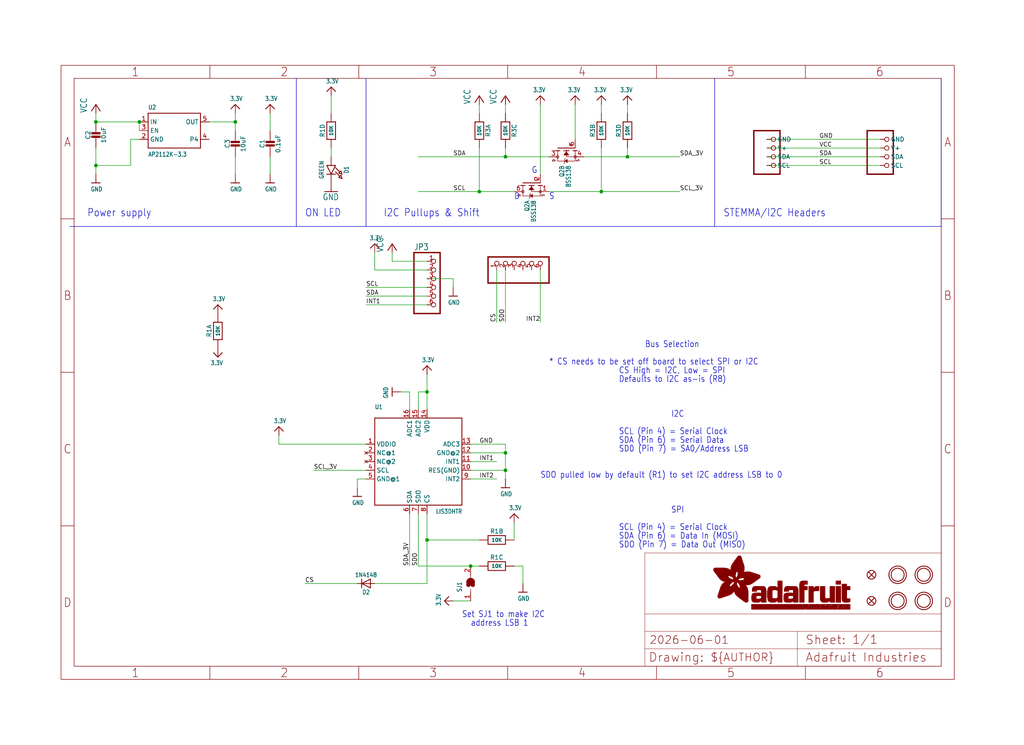
<source format=kicad_sch>
(kicad_sch (version 20230121) (generator eeschema)
  (paper "User" 298.45 217.322)
  (lib_symbols
    (symbol "working-eagle-import:3.3V" (power)
      (property "Value" "3.3V" (at -1.524 1.016 0))
      (symbol "3.3V_1_0"
        (pin power_in line (at 0 -2.54 90) (length 2.54) (name "3.3V") (number "1"))
      )
    )
    (symbol "working-eagle-import:ACCEL_LIS3DHTR"
      (property "Reference" "U" (at -12.7 15.24 0))
      (symbol "ACCEL_LIS3DHTR_1_0"
        (pin power_in line (at -15.24 5.08 0) (length 2.54) (name "VDDIO") (number "1"))
        (pin bidirectional line (at 15.24 -2.54 180) (length 2.54) (name "RES(GND)") (number "10"))
        (pin output line (at 15.24 0 180) (length 2.54) (name "INT1") (number "11"))
        (pin power_in line (at 15.24 2.54 180) (length 2.54) (name "GND@2") (number "12"))
        (pin input line (at 15.24 5.08 180) (length 2.54) (name "ADC3") (number "13"))
        (pin power_in line (at 2.54 15.24 270) (length 2.54) (name "VDD") (number "14"))
        (pin input line (at 0 15.24 270) (length 2.54) (name "ADC2") (number "15"))
        (pin input line (at -2.54 15.24 270) (length 2.54) (name "ADC1") (number "16"))
        (pin no_connect line (at -15.24 2.54 0) (length 2.54) (name "NC@1") (number "2"))
        (pin no_connect line (at -15.24 0 0) (length 2.54) (name "NC@2") (number "3"))
        (pin bidirectional line (at -15.24 -2.54 0) (length 2.54) (name "SCL") (number "4"))
        (pin power_in line (at -15.24 -5.08 0) (length 2.54) (name "GND@1") (number "5"))
        (pin bidirectional line (at -2.54 -15.24 90) (length 2.54) (name "SDA") (number "6"))
        (pin bidirectional line (at 0 -15.24 90) (length 2.54) (name "SDO") (number "7"))
        (pin input line (at 2.54 -15.24 90) (length 2.54) (name "CS") (number "8"))
        (pin output line (at 15.24 -5.08 180) (length 2.54) (name "INT2") (number "9"))
      )
    )
    (symbol "working-eagle-import:CAP_CERAMIC0603_NO"
      (property "Reference" "C" (at -2.29 1.25 90))
      (symbol "CAP_CERAMIC0603_NO_1_0"
        (pin passive line (at 0 5.08 270) (length 2.54) (name "1") (number "1"))
        (pin passive line (at 0 -2.54 90) (length 2.54) (name "2") (number "2"))
      )
    )
    (symbol "working-eagle-import:CAP_CERAMIC0805-NOOUTLINE"
      (property "Reference" "C" (at -2.29 1.25 90))
      (symbol "CAP_CERAMIC0805-NOOUTLINE_1_0"
        (pin passive line (at 0 5.08 270) (length 2.54) (name "1") (number "1"))
        (pin passive line (at 0 -2.54 90) (length 2.54) (name "2") (number "2"))
      )
    )
    (symbol "working-eagle-import:DIODESOD-323"
      (property "Reference" "D" (at 0 2.54 0))
      (symbol "DIODESOD-323_1_0"
        (pin passive line (at -2.54 0 0) (length 2.54) (name "A") (number "A"))
        (pin passive line (at 2.54 0 180) (length 2.54) (name "C") (number "C"))
      )
    )
    (symbol "working-eagle-import:FIDUCIAL_1MM")
    (symbol "working-eagle-import:FRAME_A4_ADAFRUIT"
      (symbol "FRAME_A4_ADAFRUIT_1_0"
        (text "${#}/${##}" (at 230.505 10.16 0) (effects (font (size 2.54 2.54)) (justify left bottom)))
        (text "${AUTHOR}" (at 189.23 5.08 0) (effects (font (size 2.286 2.286)) (justify left bottom)))
        (text "${CURRENT_DATE}" (at 171.45 10.16 0) (effects (font (size 2.286 2.286)) (justify left bottom)))
        (text "${PROJECTNAME}" (at 171.45 15.24 0) (effects (font (size 2.54 2.54)) (justify left bottom)))
        (text "1" (at 21.6958 1.905 0) (effects (font (size 2.54 2.286))))
        (text "1" (at 21.6958 177.165 0) (effects (font (size 2.54 2.286))))
        (text "2" (at 65.0875 1.905 0) (effects (font (size 2.54 2.286))))
        (text "2" (at 65.0875 177.165 0) (effects (font (size 2.54 2.286))))
        (text "3" (at 108.4792 1.905 0) (effects (font (size 2.54 2.286))))
        (text "3" (at 108.4792 177.165 0) (effects (font (size 2.54 2.286))))
        (text "4" (at 151.8708 1.905 0) (effects (font (size 2.54 2.286))))
        (text "4" (at 151.8708 177.165 0) (effects (font (size 2.54 2.286))))
        (text "5" (at 195.2625 1.905 0) (effects (font (size 2.54 2.286))))
        (text "5" (at 195.2625 177.165 0) (effects (font (size 2.54 2.286))))
        (text "6" (at 238.6542 1.905 0) (effects (font (size 2.54 2.286))))
        (text "6" (at 238.6542 177.165 0) (effects (font (size 2.54 2.286))))
        (text "A" (at 1.905 156.6863 0) (effects (font (size 2.54 2.286))))
        (text "A" (at 258.445 156.6863 0) (effects (font (size 2.54 2.286))))
        (text "Adafruit Industries" (at 216.916 4.953 0) (effects (font (size 2.54 2.54)) (justify left bottom)))
        (text "B" (at 1.905 111.9188 0) (effects (font (size 2.54 2.286))))
        (text "B" (at 258.445 111.9188 0) (effects (font (size 2.54 2.286))))
        (text "C" (at 1.905 67.1513 0) (effects (font (size 2.54 2.286))))
        (text "C" (at 258.445 67.1513 0) (effects (font (size 2.54 2.286))))
        (text "D" (at 1.905 22.3838 0) (effects (font (size 2.54 2.286))))
        (text "D" (at 258.445 22.3838 0) (effects (font (size 2.54 2.286))))
        (text "Drawing:" (at 171.196 4.953 0) (effects (font (size 2.54 2.54)) (justify left bottom)))
        (text "Sheet:" (at 216.916 10.033 0) (effects (font (size 2.54 2.54)) (justify left bottom)))
      )
    )
    (symbol "working-eagle-import:GND" (power)
      (property "Value" "GND" (at -1.524 -2.54 0))
      (symbol "GND_1_0"
        (pin power_in line (at 0 2.54 270) (length 2.54) (name "GND") (number "1"))
      )
    )
    (symbol "working-eagle-import:HEADER-1X670MIL"
      (property "Reference" "JP" (at -6.35 10.795 0))
      (symbol "HEADER-1X670MIL_1_0"
        (pin passive inverted (at -2.54 7.62 0) (length 2.54) (name "1") (number "1"))
        (pin passive inverted (at -2.54 5.08 0) (length 2.54) (name "2") (number "2"))
        (pin passive inverted (at -2.54 2.54 0) (length 2.54) (name "3") (number "3"))
        (pin passive inverted (at -2.54 0 0) (length 2.54) (name "4") (number "4"))
        (pin passive inverted (at -2.54 -2.54 0) (length 2.54) (name "5") (number "5"))
        (pin passive inverted (at -2.54 -5.08 0) (length 2.54) (name "6") (number "6"))
      )
    )
    (symbol "working-eagle-import:LED0603_NOOUTLINE"
      (property "Reference" "D" (at -1.27 4.445 0))
      (symbol "LED0603_NOOUTLINE_1_0"
        (pin passive line (at -5.08 0 0) (length 2.54) (name "A") (number "A"))
        (pin passive line (at 2.54 0 180) (length 2.54) (name "C") (number "C"))
      )
    )
    (symbol "working-eagle-import:MOSFET-N_DUAL"
      (property "Reference" "Q" (at 5.08 0.635 0))
      (symbol "MOSFET-N_DUAL_1_0"
        (text "D" (at 3.175 3.175 0) (effects (font (size 0.8128 0.6908)) (justify left bottom)))
        (text "G" (at -1.27 -1.905 0) (effects (font (size 0.8128 0.6908)) (justify left bottom)))
        (text "S" (at 3.175 -3.81 0) (effects (font (size 0.8128 0.6908)) (justify left bottom)))
        (pin bidirectional line (at 2.54 -5.08 90) (length 2.54) (name "S") (number "1"))
        (pin bidirectional line (at -2.54 -2.54 0) (length 2.54) (name "G") (number "2"))
        (pin bidirectional line (at 2.54 5.08 270) (length 2.54) (name "D") (number "6"))
      )
      (symbol "MOSFET-N_DUAL_2_0"
        (text "D" (at 3.175 3.175 0) (effects (font (size 0.8128 0.6908)) (justify left bottom)))
        (text "G" (at -1.27 -1.905 0) (effects (font (size 0.8128 0.6908)) (justify left bottom)))
        (text "S" (at 3.175 -3.81 0) (effects (font (size 0.8128 0.6908)) (justify left bottom)))
        (pin bidirectional line (at 2.54 5.08 270) (length 2.54) (name "D") (number "3"))
        (pin bidirectional line (at 2.54 -5.08 90) (length 2.54) (name "S") (number "4"))
        (pin bidirectional line (at -2.54 -2.54 0) (length 2.54) (name "G") (number "5"))
      )
    )
    (symbol "working-eagle-import:MOUNTINGHOLE2.5")
    (symbol "working-eagle-import:RESISTOR_4PACK"
      (property "Reference" "R" (at 0 2.54 0))
      (symbol "RESISTOR_4PACK_1_0"
        (pin passive line (at -5.08 0 0) (length 2.54) (name "1") (number "1"))
        (pin passive line (at 5.08 0 180) (length 2.54) (name "2") (number "8"))
      )
      (symbol "RESISTOR_4PACK_2_0"
        (pin passive line (at -5.08 0 0) (length 2.54) (name "1") (number "2"))
        (pin passive line (at 5.08 0 180) (length 2.54) (name "2") (number "7"))
      )
      (symbol "RESISTOR_4PACK_3_0"
        (pin passive line (at -5.08 0 0) (length 2.54) (name "1") (number "3"))
        (pin passive line (at 5.08 0 180) (length 2.54) (name "2") (number "6"))
      )
      (symbol "RESISTOR_4PACK_4_0"
        (pin passive line (at -5.08 0 0) (length 2.54) (name "1") (number "4"))
        (pin passive line (at 5.08 0 180) (length 2.54) (name "2") (number "5"))
      )
    )
    (symbol "working-eagle-import:SOLDERJUMPER"
      (property "Reference" "SJ" (at -2.54 2.54 0))
      (symbol "SOLDERJUMPER_1_0"
        (pin passive line (at -5.08 0 0) (length 2.54) (name "1") (number "1"))
        (pin passive line (at 5.08 0 180) (length 2.54) (name "2") (number "2"))
      )
    )
    (symbol "working-eagle-import:STEMMA_I2C_QT"
      (symbol "STEMMA_I2C_QT_1_0"
        (pin passive inverted (at 0 5.08 0) (length 2.54) (name "GND") (number "1"))
        (pin passive inverted (at 0 2.54 0) (length 2.54) (name "V+") (number "2"))
        (pin passive inverted (at 0 0 0) (length 2.54) (name "SDA") (number "3"))
        (pin passive inverted (at 0 -2.54 0) (length 2.54) (name "SCL") (number "4"))
      )
      (symbol "STEMMA_I2C_QT_2_0"
        (pin bidirectional line (at 0 0 0) (length 5.08) (name "MT") (number "MT1"))
      )
      (symbol "STEMMA_I2C_QT_3_0"
        (pin bidirectional line (at 0 0 0) (length 5.08) (name "MT") (number "MT2"))
      )
    )
    (symbol "working-eagle-import:VCC" (power)
      (property "Value" "VCC" (at -2.54 -2.54 90))
      (symbol "VCC_1_0"
        (pin power_in line (at 0 -2.54 90) (length 2.54) (name "VCC") (number "1"))
      )
    )
    (symbol "working-eagle-import:VREG_SOT23-5"
      (property "Reference" "U" (at -7.62 6.096 0))
      (symbol "VREG_SOT23-5_1_0"
        (pin power_in line (at -10.16 2.54 0) (length 2.54) (name "IN") (number "1"))
        (pin power_in line (at -10.16 -2.54 0) (length 2.54) (name "GND") (number "2"))
        (pin input line (at -10.16 0 0) (length 2.54) (name "EN") (number "3"))
        (pin bidirectional line (at 10.16 -2.54 180) (length 2.54) (name "P4") (number "4"))
        (pin power_in line (at 10.16 2.54 180) (length 2.54) (name "OUT") (number "5"))
      )
    )
    (symbol "working-eagle-import:supply1_GND" (power)
      (property "Value" "supply1_GND" (at -2.54 -2.54 0))
      (symbol "supply1_GND_1_0"
        (pin power_in line (at 0 2.54 270) (length 2.54) (name "GND") (number "1"))
      )
    )
  )
  (junction (at 27.94 35.56))
  (junction (at 124.46 114.3))
  (junction (at 182.88 45.72))
  (junction (at 27.94 48.26))
  (junction (at 137.16 165.1))
  (junction (at 124.46 157.48))
  (junction (at 40.64 35.56))
  (junction (at 147.32 137.16))
  (junction (at 68.58 35.56))
  (junction (at 147.32 132.08))
  (junction (at 175.26 55.88))
  (junction (at 139.7 55.88))
  (junction (at 147.32 45.72))
  (wire (pts (xy 223.52 48.26) (xy 256.54 48.26)) (stroke (width 0.1524)))
  (wire (pts (xy 38.1 48.26) (xy 27.94 48.26)) (stroke (width 0.1524)))
  (wire (pts (xy 149.86 55.88) (xy 139.7 55.88)) (stroke (width 0.1524)))
  (wire (pts (xy 147.32 78.74) (xy 147.32 93.98)) (stroke (width 0.1524)))
  (polyline (pts (xy 106.68 22.86) (xy 106.68 66.04)) (stroke (width 0.1524) (type solid)))
  (wire (pts (xy 147.32 132.08) (xy 147.32 137.16)) (stroke (width 0.1524)))
  (wire (pts (xy 38.1 40.64) (xy 38.1 48.26)) (stroke (width 0.1524)))
  (polyline (pts (xy 86.36 22.86) (xy 86.36 66.04)) (stroke (width 0.1524) (type solid)))
  (wire (pts (xy 160.02 45.72) (xy 147.32 45.72)) (stroke (width 0.1524)))
  (wire (pts (xy 149.86 157.48) (xy 149.86 152.4)) (stroke (width 0.1524)))
  (wire (pts (xy 78.74 33.02) (xy 78.74 38.1)) (stroke (width 0.1524)))
  (wire (pts (xy 121.92 165.1) (xy 137.16 165.1)) (stroke (width 0.1524)))
  (wire (pts (xy 144.78 93.98) (xy 144.78 78.74)) (stroke (width 0.1524)))
  (wire (pts (xy 124.46 86.36) (xy 106.68 86.36)) (stroke (width 0.1524)))
  (wire (pts (xy 149.86 165.1) (xy 152.4 165.1)) (stroke (width 0.1524)))
  (wire (pts (xy 40.64 38.1) (xy 40.64 35.56)) (stroke (width 0.1524)))
  (wire (pts (xy 256.54 45.72) (xy 223.52 45.72)) (stroke (width 0.1524)))
  (wire (pts (xy 147.32 137.16) (xy 147.32 139.7)) (stroke (width 0.1524)))
  (wire (pts (xy 139.7 43.18) (xy 139.7 55.88)) (stroke (width 0.1524)))
  (wire (pts (xy 157.48 50.8) (xy 157.48 30.48)) (stroke (width 0.1524)))
  (wire (pts (xy 160.02 55.88) (xy 175.26 55.88)) (stroke (width 0.1524)))
  (polyline (pts (xy 106.68 66.04) (xy 208.28 66.04)) (stroke (width 0.1524) (type solid)))
  (wire (pts (xy 40.64 35.56) (xy 27.94 35.56)) (stroke (width 0.1524)))
  (wire (pts (xy 170.18 45.72) (xy 182.88 45.72)) (stroke (width 0.1524)))
  (wire (pts (xy 96.52 45.72) (xy 96.52 43.18)) (stroke (width 0.1524)))
  (wire (pts (xy 68.58 45.72) (xy 68.58 50.8)) (stroke (width 0.1524)))
  (wire (pts (xy 119.38 119.38) (xy 119.38 114.3)) (stroke (width 0.1524)))
  (wire (pts (xy 121.92 114.3) (xy 121.92 119.38)) (stroke (width 0.1524)))
  (wire (pts (xy 96.52 27.94) (xy 96.52 33.02)) (stroke (width 0.1524)))
  (wire (pts (xy 152.4 165.1) (xy 152.4 170.18)) (stroke (width 0.1524)))
  (polyline (pts (xy 20.32 66.04) (xy 86.36 66.04)) (stroke (width 0.1524) (type solid)))
  (wire (pts (xy 119.38 149.86) (xy 119.38 165.1)) (stroke (width 0.1524)))
  (wire (pts (xy 106.68 129.54) (xy 81.28 129.54)) (stroke (width 0.1524)))
  (wire (pts (xy 68.58 35.56) (xy 68.58 33.02)) (stroke (width 0.1524)))
  (wire (pts (xy 137.16 134.62) (xy 144.78 134.62)) (stroke (width 0.1524)))
  (wire (pts (xy 175.26 55.88) (xy 198.12 55.88)) (stroke (width 0.1524)))
  (wire (pts (xy 175.26 33.02) (xy 175.26 30.48)) (stroke (width 0.1524)))
  (polyline (pts (xy 86.36 66.04) (xy 106.68 66.04)) (stroke (width 0.1524) (type solid)))
  (wire (pts (xy 147.32 45.72) (xy 121.92 45.72)) (stroke (width 0.1524)))
  (wire (pts (xy 40.64 40.64) (xy 38.1 40.64)) (stroke (width 0.1524)))
  (wire (pts (xy 124.46 81.28) (xy 132.08 81.28)) (stroke (width 0.1524)))
  (wire (pts (xy 27.94 33.02) (xy 27.94 35.56)) (stroke (width 0.1524)))
  (wire (pts (xy 106.68 137.16) (xy 91.44 137.16)) (stroke (width 0.1524)))
  (wire (pts (xy 114.3 76.2) (xy 114.3 73.66)) (stroke (width 0.1524)))
  (wire (pts (xy 119.38 114.3) (xy 116.84 114.3)) (stroke (width 0.1524)))
  (wire (pts (xy 124.46 114.3) (xy 124.46 109.22)) (stroke (width 0.1524)))
  (wire (pts (xy 147.32 33.02) (xy 147.32 30.48)) (stroke (width 0.1524)))
  (wire (pts (xy 124.46 78.74) (xy 109.22 78.74)) (stroke (width 0.1524)))
  (polyline (pts (xy 274.32 22.86) (xy 274.32 66.04)) (stroke (width 0.1524) (type solid)))
  (wire (pts (xy 182.88 43.18) (xy 182.88 45.72)) (stroke (width 0.1524)))
  (wire (pts (xy 137.16 132.08) (xy 147.32 132.08)) (stroke (width 0.1524)))
  (wire (pts (xy 175.26 43.18) (xy 175.26 55.88)) (stroke (width 0.1524)))
  (wire (pts (xy 121.92 114.3) (xy 124.46 114.3)) (stroke (width 0.1524)))
  (wire (pts (xy 27.94 48.26) (xy 27.94 50.8)) (stroke (width 0.1524)))
  (wire (pts (xy 139.7 55.88) (xy 121.92 55.88)) (stroke (width 0.1524)))
  (wire (pts (xy 78.74 45.72) (xy 78.74 50.8)) (stroke (width 0.1524)))
  (wire (pts (xy 256.54 40.64) (xy 223.52 40.64)) (stroke (width 0.1524)))
  (wire (pts (xy 81.28 129.54) (xy 81.28 127)) (stroke (width 0.1524)))
  (wire (pts (xy 106.68 139.7) (xy 104.14 139.7)) (stroke (width 0.1524)))
  (wire (pts (xy 104.14 170.18) (xy 88.9 170.18)) (stroke (width 0.1524)))
  (wire (pts (xy 223.52 43.18) (xy 256.54 43.18)) (stroke (width 0.1524)))
  (wire (pts (xy 139.7 30.48) (xy 139.7 33.02)) (stroke (width 0.1524)))
  (wire (pts (xy 137.16 139.7) (xy 144.78 139.7)) (stroke (width 0.1524)))
  (wire (pts (xy 182.88 45.72) (xy 198.12 45.72)) (stroke (width 0.1524)))
  (wire (pts (xy 147.32 43.18) (xy 147.32 45.72)) (stroke (width 0.1524)))
  (wire (pts (xy 139.7 157.48) (xy 124.46 157.48)) (stroke (width 0.1524)))
  (wire (pts (xy 137.16 137.16) (xy 147.32 137.16)) (stroke (width 0.1524)))
  (wire (pts (xy 182.88 33.02) (xy 182.88 30.48)) (stroke (width 0.1524)))
  (wire (pts (xy 124.46 88.9) (xy 106.68 88.9)) (stroke (width 0.1524)))
  (wire (pts (xy 124.46 83.82) (xy 106.68 83.82)) (stroke (width 0.1524)))
  (wire (pts (xy 124.46 76.2) (xy 114.3 76.2)) (stroke (width 0.1524)))
  (wire (pts (xy 157.48 78.74) (xy 157.48 93.98)) (stroke (width 0.1524)))
  (wire (pts (xy 124.46 170.18) (xy 124.46 157.48)) (stroke (width 0.1524)))
  (wire (pts (xy 60.96 35.56) (xy 68.58 35.56)) (stroke (width 0.1524)))
  (polyline (pts (xy 208.28 66.04) (xy 274.32 66.04)) (stroke (width 0.1524) (type solid)))
  (wire (pts (xy 109.22 170.18) (xy 124.46 170.18)) (stroke (width 0.1524)))
  (wire (pts (xy 132.08 175.26) (xy 137.16 175.26)) (stroke (width 0.1524)))
  (wire (pts (xy 147.32 132.08) (xy 147.32 129.54)) (stroke (width 0.1524)))
  (wire (pts (xy 124.46 157.48) (xy 124.46 149.86)) (stroke (width 0.1524)))
  (wire (pts (xy 167.64 40.64) (xy 167.64 30.48)) (stroke (width 0.1524)))
  (wire (pts (xy 109.22 78.74) (xy 109.22 73.66)) (stroke (width 0.1524)))
  (wire (pts (xy 121.92 149.86) (xy 121.92 165.1)) (stroke (width 0.1524)))
  (wire (pts (xy 137.16 129.54) (xy 147.32 129.54)) (stroke (width 0.1524)))
  (wire (pts (xy 68.58 35.56) (xy 68.58 38.1)) (stroke (width 0.1524)))
  (wire (pts (xy 104.14 139.7) (xy 104.14 142.24)) (stroke (width 0.1524)))
  (wire (pts (xy 137.16 165.1) (xy 139.7 165.1)) (stroke (width 0.1524)))
  (wire (pts (xy 124.46 119.38) (xy 124.46 114.3)) (stroke (width 0.1524)))
  (wire (pts (xy 132.08 81.28) (xy 132.08 83.82)) (stroke (width 0.1524)))
  (wire (pts (xy 27.94 48.26) (xy 27.94 43.18)) (stroke (width 0.1524)))
  (polyline (pts (xy 208.28 22.86) (xy 208.28 66.04)) (stroke (width 0.1524) (type solid)))
  (text "address LSB 1" (at 137.16 182.88 0) (effects (font (size 1.778 1.5113)) (justify left bottom)))
  (text "SDO (Pin 7) = Data Out (MISO)" (at 180.34 160.02 0) (effects (font (size 1.778 1.5113)) (justify left bottom)))
  (text "SDA (Pin 6) = Data In (MOSI)" (at 180.34 157.48 0) (effects (font (size 1.778 1.5113)) (justify left bottom)))
  (text "SPI" (at 195.58 149.86 0) (effects (font (size 1.778 1.5113)) (justify left bottom)))
  (text "Bus Selection" (at 187.96 101.6 0) (effects (font (size 1.778 1.5113)) (justify left bottom)))
  (text "SDA (Pin 6) = Serial Data" (at 180.34 129.54 0) (effects (font (size 1.778 1.5113)) (justify left bottom)))
  (text "CS High = I2C, Low = SPI" (at 180.34 109.22 0) (effects (font (size 1.778 1.5113)) (justify left bottom)))
  (text "Set SJ1 to make I2C" (at 134.62 180.34 0) (effects (font (size 1.778 1.5113)) (justify left bottom)))
  (text "ON LED" (at 88.9 63.5 0) (effects (font (size 2.1844 1.8567)) (justify left bottom)))
  (text "SCL (Pin 4) = Serial Clock" (at 180.34 154.94 0) (effects (font (size 1.778 1.5113)) (justify left bottom)))
  (text "STEMMA/I2C Headers" (at 210.82 63.5 0) (effects (font (size 2.1844 1.8567)) (justify left bottom)))
  (text "* CS needs to be set off board to select SPI or I2C" (at 160.02 106.68 0) (effects (font (size 1.778 1.5113)) (justify left bottom)))
  (text "I2C Pullups & Shift" (at 111.76 63.5 0) (effects (font (size 2.1844 1.8567)) (justify left bottom)))
  (text "S" (at 160.02 58.42 0) (effects (font (size 1.778 1.5113)) (justify left bottom)))
  (text "D" (at 149.86 58.42 0) (effects (font (size 1.778 1.5113)) (justify left bottom)))
  (text "Defaults to I2C as-is (R8)" (at 180.34 111.76 0) (effects (font (size 1.778 1.5113)) (justify left bottom)))
  (text "I2C" (at 195.58 121.92 0) (effects (font (size 1.778 1.5113)) (justify left bottom)))
  (text "SCL (Pin 4) = Serial Clock" (at 180.34 127 0) (effects (font (size 1.778 1.5113)) (justify left bottom)))
  (text "SD0 (Pin 7) = SA0/Address LSB" (at 180.34 132.08 0) (effects (font (size 1.778 1.5113)) (justify left bottom)))
  (text "G" (at 154.94 50.8 0) (effects (font (size 1.778 1.5113)) (justify left bottom)))
  (text "SDO pulled low by default (R1) to set I2C address LSB to 0" (at 157.48 139.7 0) (effects (font (size 1.778 1.5113)) (justify left bottom)))
  (text "Power supply" (at 25.4 63.5 0) (effects (font (size 2.1844 1.8567)) (justify left bottom)))
  (label "SDA" (at 106.68 86.36 0) (effects (font (size 1.2446 1.2446))))
  (label "SDA" (at 238.76 45.72 0) (effects (font (size 1.2446 1.2446))))
  (label "INT1" (at 139.7 134.62 0) (effects (font (size 1.2446 1.2446))))
  (label "GND" (at 238.76 40.64 0) (effects (font (size 1.2446 1.2446))))
  (label "INT2" (at 139.7 139.7 0) (effects (font (size 1.2446 1.2446))))
  (label "SDO" (at 147.32 93.98 90) (effects (font (size 1.2446 1.2446))))
  (label "SCL" (at 238.76 48.26 0) (effects (font (size 1.2446 1.2446))))
  (label "VCC" (at 238.76 43.18 0) (effects (font (size 1.2446 1.2446))))
  (label "SDA" (at 132.08 45.72 0) (effects (font (size 1.2446 1.2446))))
  (label "CS" (at 88.9 170.18 0) (effects (font (size 1.2446 1.2446))))
  (label "SDA_3V" (at 119.38 165.1 90) (effects (font (size 1.2446 1.2446))))
  (label "CS" (at 144.78 93.98 90) (effects (font (size 1.2446 1.2446))))
  (label "GND" (at 139.7 129.54 0) (effects (font (size 1.2446 1.2446))))
  (label "INT1" (at 106.68 88.9 0) (effects (font (size 1.2446 1.2446))))
  (label "SDO" (at 121.92 165.1 90) (effects (font (size 1.2446 1.2446))))
  (label "INT2" (at 157.48 93.98 180) (effects (font (size 1.2446 1.2446))))
  (label "SCL_3V" (at 91.44 137.16 0) (effects (font (size 1.2446 1.2446))))
  (label "SCL_3V" (at 198.12 55.88 0) (effects (font (size 1.2446 1.2446))))
  (label "SDA_3V" (at 198.12 45.72 0) (effects (font (size 1.2446 1.2446))))
  (label "SCL" (at 132.08 55.88 0) (effects (font (size 1.2446 1.2446))))
  (label "SCL" (at 106.68 83.82 0) (effects (font (size 1.2446 1.2446))))
  (symbol (lib_id "working-eagle-import:3.3V") (at 81.28 124.46 0) (unit 1)
    (property "Reference" "#U$11" (effects hide))
    (property "Value" "3.3V" (at 79.756 123.444 0) (effects (font (size 1.27 1.0795)) (justify left bottom)))
  )
  (symbol (lib_id "working-eagle-import:VCC") (at 139.7 27.94 0) (unit 1)
    (property "Reference" "#P+1" (effects hide))
    (property "Value" "VCC" (at 137.16 30.48 90) (effects (font (size 1.778 1.5113)) (justify left bottom)))
  )
  (symbol (lib_id "working-eagle-import:HEADER-1X670MIL") (at 152.4 76.2 90) (unit 1)
    (property "Reference" "JP2" (effects hide))
    (property "Value" "HEADER-1X670MIL" (effects hide))
    (property "Footprint" "working:1X06_ROUND_70" (effects hide))
  )
  (symbol (lib_id "working-eagle-import:FIDUCIAL_1MM") (at 254 167.64 0) (unit 1)
    (property "Reference" "FID4" (effects hide))
    (property "Value" "FIDUCIAL_1MM" (effects hide))
    (property "Footprint" "working:FIDUCIAL_1MM" (effects hide))
  )
  (symbol (lib_id "working-eagle-import:VCC") (at 147.32 27.94 0) (unit 1)
    (property "Reference" "#P+2" (effects hide))
    (property "Value" "VCC" (at 144.78 30.48 90) (effects (font (size 1.778 1.5113)) (justify left bottom)))
  )
  (symbol (lib_id "working-eagle-import:3.3V") (at 63.5 88.9 0) (unit 1)
    (property "Reference" "#U$9" (effects hide))
    (property "Value" "3.3V" (at 61.976 87.884 0) (effects (font (size 1.27 1.0795)) (justify left bottom)))
  )
  (symbol (lib_id "working-eagle-import:LED0603_NOOUTLINE") (at 96.52 50.8 270) (unit 1)
    (property "Reference" "D1" (at 100.965 49.53 0) (effects (font (size 1.27 1.0795))))
    (property "Value" "GREEN" (at 93.726 49.53 0) (effects (font (size 1.27 1.0795))))
    (property "Footprint" "working:CHIPLED_0603_NOOUTLINE" (effects hide))
  )
  (symbol (lib_id "working-eagle-import:GND") (at 27.94 53.34 0) (unit 1)
    (property "Reference" "#U$13" (effects hide))
    (property "Value" "GND" (at 26.416 55.88 0) (effects (font (size 1.27 1.0795)) (justify left bottom)))
  )
  (symbol (lib_id "working-eagle-import:CAP_CERAMIC0805-NOOUTLINE") (at 68.58 43.18 0) (unit 1)
    (property "Reference" "C3" (at 66.29 41.93 90))
    (property "Value" "10uF" (at 70.88 41.93 90))
    (property "Footprint" "working:0805-NO" (effects hide))
  )
  (symbol (lib_id "working-eagle-import:MOUNTINGHOLE2.5") (at 269.24 175.26 0) (unit 1)
    (property "Reference" "U$21" (effects hide))
    (property "Value" "MOUNTINGHOLE2.5" (effects hide))
    (property "Footprint" "working:MOUNTINGHOLE_2.5_PLATED" (effects hide))
  )
  (symbol (lib_id "working-eagle-import:RESISTOR_4PACK") (at 175.26 38.1 90) (mirror x) (unit 2)
    (property "Reference" "R3" (at 172.72 38.1 0))
    (property "Value" "10K" (at 175.26 38.1 0) (effects (font (size 1.016 1.016) bold)))
    (property "Footprint" "working:RESPACK_4X0603" (effects hide))
  )
  (symbol (lib_id "working-eagle-import:GND") (at 114.3 114.3 270) (unit 1)
    (property "Reference" "#U$16" (effects hide))
    (property "Value" "GND" (at 111.76 112.776 0) (effects (font (size 1.27 1.0795)) (justify left bottom)))
  )
  (symbol (lib_id "working-eagle-import:ACCEL_LIS3DHTR") (at 121.92 134.62 0) (unit 1)
    (property "Reference" "U1" (at 109.22 119.38 0) (effects (font (size 1.27 1.0795)) (justify left bottom)))
    (property "Value" "LIS3DHTR" (at 127 149.86 0) (effects (font (size 1.27 1.0795)) (justify left bottom)))
    (property "Footprint" "working:LGA16_3X3MM" (effects hide))
  )
  (symbol (lib_id "working-eagle-import:GND") (at 132.08 86.36 0) (unit 1)
    (property "Reference" "#U$29" (effects hide))
    (property "Value" "GND" (at 130.556 88.9 0) (effects (font (size 1.27 1.0795)) (justify left bottom)))
  )
  (symbol (lib_id "working-eagle-import:CAP_CERAMIC0603_NO") (at 78.74 43.18 0) (unit 1)
    (property "Reference" "C1" (at 76.45 41.93 90))
    (property "Value" "0.1uF" (at 81.04 41.93 90))
    (property "Footprint" "working:0603-NO" (effects hide))
  )
  (symbol (lib_id "working-eagle-import:3.3V") (at 78.74 30.48 0) (unit 1)
    (property "Reference" "#U$14" (effects hide))
    (property "Value" "3.3V" (at 77.216 29.464 0) (effects (font (size 1.27 1.0795)) (justify left bottom)))
  )
  (symbol (lib_id "working-eagle-import:DIODESOD-323") (at 106.68 170.18 180) (unit 1)
    (property "Reference" "D2" (at 106.68 172.72 0) (effects (font (size 1.27 1.0795))))
    (property "Value" "1N4148" (at 106.68 167.68 0) (effects (font (size 1.27 1.0795))))
    (property "Footprint" "working:SOD-323" (effects hide))
  )
  (symbol (lib_id "working-eagle-import:SOLDERJUMPER") (at 137.16 170.18 90) (unit 1)
    (property "Reference" "SJ1" (at 134.62 172.72 0) (effects (font (size 1.27 1.0795)) (justify left bottom)))
    (property "Value" "SOLDERJUMPER" (effects hide))
    (property "Footprint" "working:SOLDERJUMPER_ARROW_NOPASTE" (effects hide))
  )
  (symbol (lib_id "working-eagle-import:FIDUCIAL_1MM") (at 254 175.26 0) (unit 1)
    (property "Reference" "FID3" (effects hide))
    (property "Value" "FIDUCIAL_1MM" (effects hide))
    (property "Footprint" "working:FIDUCIAL_1MM" (effects hide))
  )
  (symbol (lib_id "working-eagle-import:3.3V") (at 149.86 149.86 0) (unit 1)
    (property "Reference" "#U$20" (effects hide))
    (property "Value" "3.3V" (at 148.336 148.844 0) (effects (font (size 1.27 1.0795)) (justify left bottom)))
  )
  (symbol (lib_id "working-eagle-import:3.3V") (at 129.54 175.26 90) (unit 1)
    (property "Reference" "#U$22" (effects hide))
    (property "Value" "3.3V" (at 128.524 176.784 0) (effects (font (size 1.27 1.0795)) (justify left bottom)))
  )
  (symbol (lib_id "working-eagle-import:RESISTOR_4PACK") (at 139.7 38.1 270) (unit 1)
    (property "Reference" "R3" (at 142.24 38.1 0))
    (property "Value" "10K" (at 139.7 38.1 0) (effects (font (size 1.016 1.016) bold)))
    (property "Footprint" "working:RESPACK_4X0603" (effects hide))
  )
  (symbol (lib_id "working-eagle-import:GND") (at 78.74 53.34 0) (unit 1)
    (property "Reference" "#U$6" (effects hide))
    (property "Value" "GND" (at 77.216 55.88 0) (effects (font (size 1.27 1.0795)) (justify left bottom)))
  )
  (symbol (lib_id "working-eagle-import:3.3V") (at 182.88 27.94 0) (mirror y) (unit 1)
    (property "Reference" "#U$7" (effects hide))
    (property "Value" "3.3V" (at 184.404 26.924 0) (effects (font (size 1.27 1.0795)) (justify left bottom)))
  )
  (symbol (lib_id "working-eagle-import:STEMMA_I2C_QT") (at 223.52 45.72 0) (unit 1)
    (property "Reference" "CONN3" (effects hide))
    (property "Value" "STEMMA_I2C_QT" (effects hide))
    (property "Footprint" "working:JST_SH4" (effects hide))
  )
  (symbol (lib_id "working-eagle-import:MOSFET-N_DUAL") (at 154.94 53.34 90) (mirror x) (unit 1)
    (property "Reference" "Q2" (at 154.305 58.42 0) (effects (font (size 1.27 1.0795)) (justify left bottom)))
    (property "Value" "BSS138" (at 156.21 58.42 0) (effects (font (size 1.27 1.0795)) (justify left bottom)))
    (property "Footprint" "working:SOT363" (effects hide))
  )
  (symbol (lib_id "working-eagle-import:MOSFET-N_DUAL") (at 165.1 43.18 90) (mirror x) (unit 2)
    (property "Reference" "Q2" (at 164.465 48.26 0) (effects (font (size 1.27 1.0795)) (justify left bottom)))
    (property "Value" "BSS138" (at 166.37 48.26 0) (effects (font (size 1.27 1.0795)) (justify left bottom)))
    (property "Footprint" "working:SOT363" (effects hide))
  )
  (symbol (lib_id "working-eagle-import:RESISTOR_4PACK") (at 96.52 38.1 90) (unit 4)
    (property "Reference" "R1" (at 93.98 38.1 0))
    (property "Value" "10K" (at 96.52 38.1 0) (effects (font (size 1.016 1.016) bold)))
    (property "Footprint" "working:RESPACK_4X0603" (effects hide))
  )
  (symbol (lib_id "working-eagle-import:RESISTOR_4PACK") (at 63.5 96.52 90) (unit 1)
    (property "Reference" "R1" (at 60.96 96.52 0))
    (property "Value" "10K" (at 63.5 96.52 0) (effects (font (size 1.016 1.016) bold)))
    (property "Footprint" "working:RESPACK_4X0603" (effects hide))
  )
  (symbol (lib_id "working-eagle-import:GND") (at 104.14 144.78 0) (unit 1)
    (property "Reference" "#U$2" (effects hide))
    (property "Value" "GND" (at 102.616 147.32 0) (effects (font (size 1.27 1.0795)) (justify left bottom)))
  )
  (symbol (lib_id "working-eagle-import:HEADER-1X670MIL") (at 127 83.82 0) (unit 1)
    (property "Reference" "JP3" (at 120.65 73.025 0) (effects (font (size 1.778 1.5113)) (justify left bottom)))
    (property "Value" "HEADER-1X670MIL" (effects hide))
    (property "Footprint" "working:1X06_ROUND_70" (effects hide))
  )
  (symbol (lib_id "working-eagle-import:3.3V") (at 175.26 27.94 0) (mirror y) (unit 1)
    (property "Reference" "#U$24" (effects hide))
    (property "Value" "3.3V" (at 176.784 26.924 0) (effects (font (size 1.27 1.0795)) (justify left bottom)))
  )
  (symbol (lib_id "working-eagle-import:MOUNTINGHOLE2.5") (at 261.62 167.64 0) (unit 1)
    (property "Reference" "U$17" (effects hide))
    (property "Value" "MOUNTINGHOLE2.5" (effects hide))
    (property "Footprint" "working:MOUNTINGHOLE_2.5_PLATED" (effects hide))
  )
  (symbol (lib_id "working-eagle-import:MOUNTINGHOLE2.5") (at 269.24 167.64 0) (unit 1)
    (property "Reference" "U$19" (effects hide))
    (property "Value" "MOUNTINGHOLE2.5" (effects hide))
    (property "Footprint" "working:MOUNTINGHOLE_2.5_PLATED" (effects hide))
  )
  (symbol (lib_id "working-eagle-import:GND") (at 147.32 142.24 0) (unit 1)
    (property "Reference" "#U$4" (effects hide))
    (property "Value" "GND" (at 145.796 144.78 0) (effects (font (size 1.27 1.0795)) (justify left bottom)))
  )
  (symbol (lib_id "working-eagle-import:FRAME_A4_ADAFRUIT") (at 17.78 198.12 0) (unit 1)
    (property "Reference" "#U$18" (effects hide))
    (property "Value" "FRAME_A4_ADAFRUIT" (effects hide))
  )
  (symbol (lib_id "working-eagle-import:MOUNTINGHOLE2.5") (at 261.62 175.26 0) (unit 1)
    (property "Reference" "U$1" (effects hide))
    (property "Value" "MOUNTINGHOLE2.5" (effects hide))
    (property "Footprint" "working:MOUNTINGHOLE_2.5_PLATED" (effects hide))
  )
  (symbol (lib_id "working-eagle-import:RESISTOR_4PACK") (at 144.78 165.1 0) (unit 3)
    (property "Reference" "R1" (at 144.78 162.56 0))
    (property "Value" "10K" (at 144.78 165.1 0) (effects (font (size 1.016 1.016) bold)))
    (property "Footprint" "working:RESPACK_4X0603" (effects hide))
  )
  (symbol (lib_id "working-eagle-import:CAP_CERAMIC0805-NOOUTLINE") (at 27.94 40.64 0) (unit 1)
    (property "Reference" "C2" (at 25.65 39.39 90))
    (property "Value" "10uF" (at 30.24 39.39 90))
    (property "Footprint" "working:0805-NO" (effects hide))
  )
  (symbol (lib_id "working-eagle-import:3.3V") (at 109.22 71.12 0) (unit 1)
    (property "Reference" "#U$28" (effects hide))
    (property "Value" "3.3V" (at 107.696 70.104 0) (effects (font (size 1.27 1.0795)) (justify left bottom)))
  )
  (symbol (lib_id "working-eagle-import:3.3V") (at 96.52 25.4 0) (unit 1)
    (property "Reference" "#U$3" (effects hide))
    (property "Value" "3.3V" (at 94.996 24.384 0) (effects (font (size 1.27 1.0795)) (justify left bottom)))
  )
  (symbol (lib_id "working-eagle-import:GND") (at 152.4 172.72 0) (unit 1)
    (property "Reference" "#U$27" (effects hide))
    (property "Value" "GND" (at 150.876 175.26 0) (effects (font (size 1.27 1.0795)) (justify left bottom)))
  )
  (symbol (lib_id "working-eagle-import:3.3V") (at 63.5 104.14 180) (unit 1)
    (property "Reference" "#U$10" (effects hide))
    (property "Value" "3.3V" (at 65.024 105.156 0) (effects (font (size 1.27 1.0795)) (justify left bottom)))
  )
  (symbol (lib_id "working-eagle-import:3.3V") (at 124.46 106.68 0) (unit 1)
    (property "Reference" "#U$8" (effects hide))
    (property "Value" "3.3V" (at 122.936 105.664 0) (effects (font (size 1.27 1.0795)) (justify left bottom)))
  )
  (symbol (lib_id "working-eagle-import:supply1_GND") (at 96.52 55.88 0) (unit 1)
    (property "Reference" "#GND6" (effects hide))
    (property "Value" "GND" (at 93.98 58.42 0) (effects (font (size 1.778 1.5113)) (justify left bottom)))
  )
  (symbol (lib_id "working-eagle-import:RESISTOR_4PACK") (at 144.78 157.48 0) (unit 2)
    (property "Reference" "R1" (at 144.78 154.94 0))
    (property "Value" "10K" (at 144.78 157.48 0) (effects (font (size 1.016 1.016) bold)))
    (property "Footprint" "working:RESPACK_4X0603" (effects hide))
  )
  (symbol (lib_id "working-eagle-import:STEMMA_I2C_QT") (at 256.54 45.72 0) (unit 1)
    (property "Reference" "CONN4" (effects hide))
    (property "Value" "STEMMA_I2C_QT" (effects hide))
    (property "Footprint" "working:JST_SH4" (effects hide))
  )
  (symbol (lib_id "working-eagle-import:VREG_SOT23-5") (at 50.8 38.1 0) (unit 1)
    (property "Reference" "U2" (at 43.18 32.004 0) (effects (font (size 1.27 1.0795)) (justify left bottom)))
    (property "Value" "AP2112K-3.3" (at 43.18 45.72 0) (effects (font (size 1.27 1.0795)) (justify left bottom)))
    (property "Footprint" "working:SOT23-5" (effects hide))
  )
  (symbol (lib_id "working-eagle-import:VCC") (at 27.94 30.48 0) (unit 1)
    (property "Reference" "#P+3" (effects hide))
    (property "Value" "VCC" (at 25.4 33.02 90) (effects (font (size 1.778 1.5113)) (justify left bottom)))
  )
  (symbol (lib_id "working-eagle-import:3.3V") (at 157.48 27.94 0) (mirror y) (unit 1)
    (property "Reference" "#U$26" (effects hide))
    (property "Value" "3.3V" (at 159.004 26.924 0) (effects (font (size 1.27 1.0795)) (justify left bottom)))
  )
  (symbol (lib_id "working-eagle-import:RESISTOR_4PACK") (at 182.88 38.1 90) (mirror x) (unit 4)
    (property "Reference" "R3" (at 180.34 38.1 0))
    (property "Value" "10K" (at 182.88 38.1 0) (effects (font (size 1.016 1.016) bold)))
    (property "Footprint" "working:RESPACK_4X0603" (effects hide))
  )
  (symbol (lib_id "working-eagle-import:GND") (at 68.58 53.34 0) (unit 1)
    (property "Reference" "#U$5" (effects hide))
    (property "Value" "GND" (at 67.056 55.88 0) (effects (font (size 1.27 1.0795)) (justify left bottom)))
  )
  (symbol (lib_id "working-eagle-import:3.3V") (at 68.58 30.48 0) (unit 1)
    (property "Reference" "#U$15" (effects hide))
    (property "Value" "3.3V" (at 67.056 29.464 0) (effects (font (size 1.27 1.0795)) (justify left bottom)))
  )
  (symbol (lib_id "working-eagle-import:VCC") (at 114.3 71.12 0) (unit 1)
    (property "Reference" "#P+4" (effects hide))
    (property "Value" "VCC" (at 111.76 73.66 90) (effects (font (size 1.778 1.5113)) (justify left bottom)))
  )
  (symbol (lib_id "working-eagle-import:3.3V") (at 167.64 27.94 0) (mirror y) (unit 1)
    (property "Reference" "#U$23" (effects hide))
    (property "Value" "3.3V" (at 169.164 26.924 0) (effects (font (size 1.27 1.0795)) (justify left bottom)))
  )
  (symbol (lib_id "working-eagle-import:RESISTOR_4PACK") (at 147.32 38.1 270) (unit 3)
    (property "Reference" "R3" (at 149.86 38.1 0))
    (property "Value" "10K" (at 147.32 38.1 0) (effects (font (size 1.016 1.016) bold)))
    (property "Footprint" "working:RESPACK_4X0603" (effects hide))
  )
)
</source>
